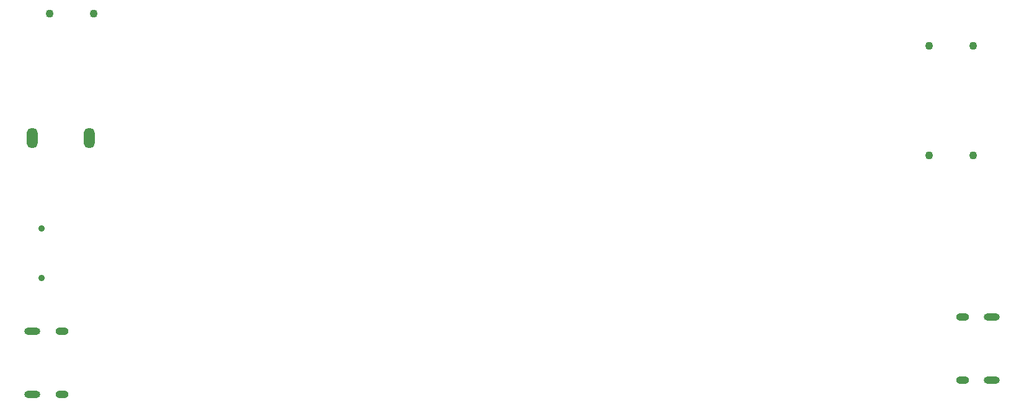
<source format=gbs>
G04 #@! TF.GenerationSoftware,KiCad,Pcbnew,7.0.6*
G04 #@! TF.CreationDate,2023-09-04T15:44:28-07:00*
G04 #@! TF.ProjectId,tulipcc,74756c69-7063-4632-9e6b-696361645f70,rev?*
G04 #@! TF.SameCoordinates,Original*
G04 #@! TF.FileFunction,Soldermask,Bot*
G04 #@! TF.FilePolarity,Negative*
%FSLAX46Y46*%
G04 Gerber Fmt 4.6, Leading zero omitted, Abs format (unit mm)*
G04 Created by KiCad (PCBNEW 7.0.6) date 2023-09-04 15:44:28*
%MOMM*%
%LPD*%
G01*
G04 APERTURE LIST*
%ADD10C,0.900000*%
%ADD11O,1.500000X2.800000*%
%ADD12C,1.100000*%
%ADD13O,2.200000X1.000000*%
%ADD14O,1.800000X1.000000*%
G04 APERTURE END LIST*
D10*
X2800000Y42400000D03*
X2800000Y35600000D03*
D11*
X1500000Y54800000D03*
X9300000Y54800000D03*
D12*
X9900000Y71800000D03*
X3900000Y71800000D03*
D13*
X1564500Y19680000D03*
D14*
X5564500Y19680000D03*
D13*
X1564500Y28320000D03*
D14*
X5564500Y28320000D03*
X128500000Y21680000D03*
D13*
X132500000Y21680000D03*
D14*
X128500000Y30320000D03*
D13*
X132500000Y30320000D03*
D12*
X130000000Y52400000D03*
X124000000Y52400000D03*
X124000000Y67400000D03*
X130000000Y67400000D03*
M02*

</source>
